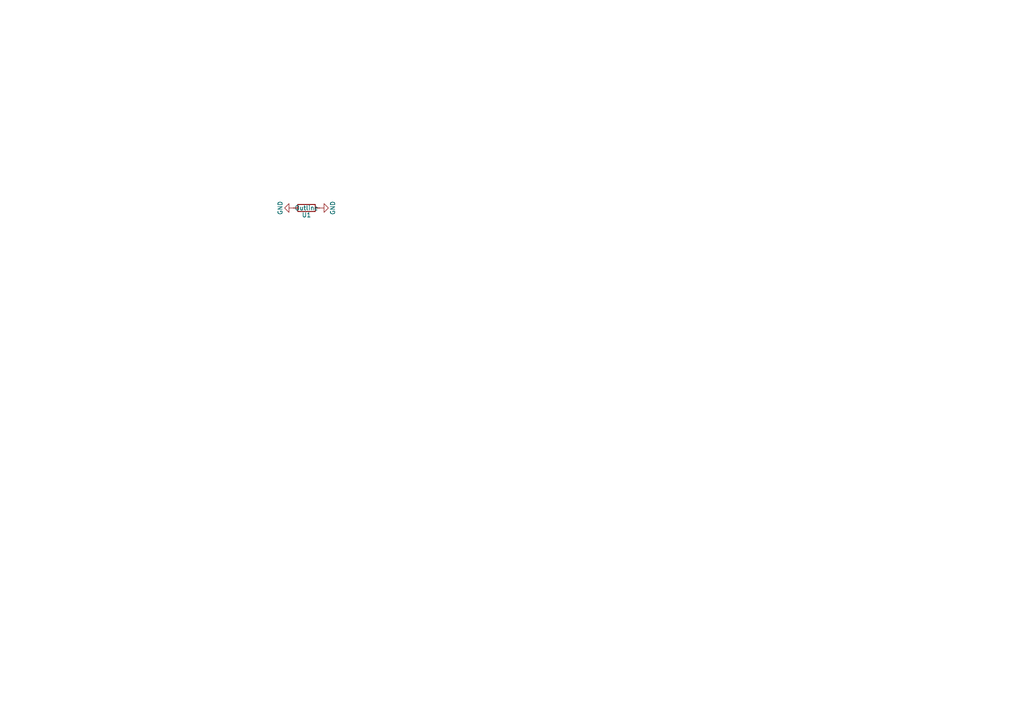
<source format=kicad_sch>
(kicad_sch (version 20230121) (generator eeschema)
  (paper "A4")
  (lib_symbols
    (symbol "Titan-rescue:GND" (power) (pin_names (offset 0))
      (property "Value" "GND" (at 0 -3.81 0))
      (symbol "GND_0_1"
        (polyline (pts (xy 0 0) (xy 0 -1.27) (xy 1.27 -1.27) (xy 0 -2.54) (xy -1.27 -1.27) (xy 0 -1.27)))
      )
      (symbol "GND_1_1"
        (pin power_in line (at 0 0 270) (length 0) hide (name "GND") (number "1"))
      )
    )
    (symbol "Titan-rescue:R" (pin_numbers hide) (pin_names (offset 0))
      (property "Reference" "R" (at 2.032 0 90))
      (property "Value" "R" (at 0 0 90))
      (symbol "R_0_1"
        (rectangle (start -1.016 -2.54) (end 1.016 2.54) (stroke (width 0.254)))
      )
      (symbol "R_1_1"
        (pin passive line (at 0 3.81 270) (length 1.27) (name "~") (number "1"))
        (pin passive line (at 0 -3.81 90) (length 1.27) (name "~") (number "2"))
      )
    )
  )
  (symbol (lib_id "Titan-rescue:R") (at 88.9 60.325 270) (unit 1)
    (property "Reference" "U1" (at 88.9 62.357 90))
    (property "Value" "Outline" (at 88.9 60.325 90))
    (property "Footprint" "locallib:outline" (effects hide))
  )
  (symbol (lib_id "Titan-rescue:GND") (at 85.09 60.325 270) (unit 1)
    (property "Reference" "#PWR01" (effects hide))
    (property "Value" "GND" (at 81.28 60.325 0))
  )
  (symbol (lib_id "Titan-rescue:GND") (at 92.71 60.325 90) (unit 1)
    (property "Reference" "#PWR02" (effects hide))
    (property "Value" "GND" (at 96.52 60.325 0))
  )
)
</source>
